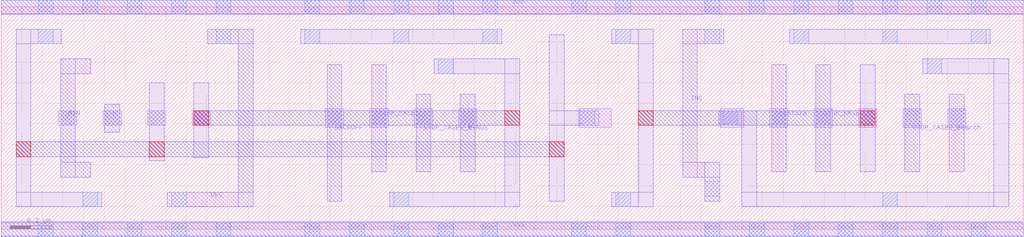
<source format=lef>
VERSION 5.7 ;
BUSBITCHARS "[]" ;
DIVIDERCHAR "/" ;

MACRO incdec_macro
  ORIGIN 0 -0.088 ;
  FOREIGN incdec 0 0.088 ;
  SIZE 4.968 BY 1.08 ;
  SYMMETRY X Y ;
  SITE core ;
  PIN F
    DIRECTION INPUT ;
    USE SIGNAL ;
    PORT
      LAYER M1 ;
        RECT 0.504 0.56 0.576 0.696 ;
    END
  END F
  PIN VDD
    DIRECTION INOUT ;
    USE POWER ;
    SHAPE ABUTMENT ;
    PORT
      LAYER M1 ;
        RECT 0 1.132 4.968 1.204 ;
    END
  END VDD
  PIN VSS
    DIRECTION INOUT ;
    USE GROUND ;
    SHAPE ABUTMENT ;
    PORT
      LAYER M1 ;
        RECT 0 0.052 4.968 0.124 ;
    END
  END VSS
  PIN BACKOFF
    DIRECTION INPUT ;
    USE SIGNAL ;
    PORT
      LAYER M1 ;
        RECT 1.584 0.224 1.656 0.888 ;
    END
  END BACKOFF
  PIN capture
    DIRECTION INPUT ;
    USE SIGNAL ;
    PORT
      LAYER M1 ;
        RECT 3.744 0.368 3.816 0.888 ;
    END
  END capture
  PIN DEC
    DIRECTION OUTPUT ;
    USE SIGNAL ;
    PORT
      LAYER M1 ;
        RECT 1.004 0.988 1.224 1.06 ;
        RECT 1.152 0.196 1.224 1.06 ;
        RECT 0.808 0.196 1.224 0.268 ;
    END
  END DEC
  PIN INC
    DIRECTION OUTPUT ;
    USE SIGNAL ;
    PORT
      LAYER M1 ;
        RECT 3.312 0.988 3.512 1.06 ;
        RECT 3.312 0.34 3.492 0.412 ;
        RECT 3.42 0.224 3.492 0.412 ;
        RECT 3.312 0.34 3.384 1.06 ;
    END
  END INC
  PIN MIN
    DIRECTION INPUT ;
    USE SIGNAL ;
    PORT
      LAYER M1 ;
        RECT 0.288 0.844 0.436 0.916 ;
        RECT 0.288 0.34 0.436 0.412 ;
        RECT 0.288 0.34 0.36 0.916 ;
    END
  END MIN
  PIN MINUS
    DIRECTION INPUT ;
    USE SIGNAL ;
    PORT
      LAYER M1 ;
        RECT 2.232 0.368 2.304 0.744 ;
    END
  END MINUS
  PIN search
    DIRECTION INPUT ;
    USE SIGNAL ;
    PORT
      LAYER M1 ;
        RECT 4.608 0.368 4.68 0.744 ;
    END
  END search
  PIN STDP_CASES_0
    DIRECTION INPUT ;
    USE SIGNAL ;
    PORT
      LAYER M1 ;
        RECT 3.96 0.368 4.032 0.888 ;
    END
  END STDP_CASES_0
  PIN STDP_CASES_1
    DIRECTION INPUT ;
    USE SIGNAL ;
    PORT
      LAYER M1 ;
        RECT 2.016 0.368 2.088 0.744 ;
    END
  END STDP_CASES_1
  PIN STDP_CASES_2
    DIRECTION INPUT ;
    USE SIGNAL ;
    PORT
      LAYER M1 ;
        RECT 4.392 0.368 4.464 0.744 ;
    END
  END STDP_CASES_2
  PIN STDP_CASES_3
    DIRECTION INPUT ;
    USE SIGNAL ;
    PORT
      LAYER M1 ;
        RECT 1.8 0.368 1.872 0.888 ;
    END
  END STDP_CASES_3
  OBS
    LAYER LIG ;
      RECT 0 0.056 4.968 0.12 ;
      RECT 0 1.136 4.968 1.2 ;
      RECT 4.6 0.584 4.688 0.672 ;
      RECT 4.384 0.584 4.472 0.672 ;
      RECT 4.168 0.584 4.256 0.672 ;
      RECT 3.952 0.584 4.04 0.672 ;
      RECT 3.736 0.584 3.824 0.672 ;
      RECT 3.496 0.584 3.608 0.672 ;
      RECT 2.808 0.584 2.964 0.672 ;
      RECT 2.224 0.584 2.312 0.672 ;
      RECT 2.008 0.584 2.096 0.672 ;
      RECT 1.792 0.584 1.88 0.672 ;
      RECT 1.576 0.584 1.664 0.672 ;
      RECT 0.928 0.592 1.016 0.664 ;
      RECT 0.712 0.592 0.8 0.664 ;
      RECT 0.496 0.592 0.584 0.664 ;
      RECT 0.28 0.592 0.368 0.664 ;
    LAYER V0 ;
      RECT 4.716 0.052 4.788 0.124 ;
      RECT 4.716 0.988 4.788 1.06 ;
      RECT 4.716 1.132 4.788 1.204 ;
      RECT 4.608 0.592 4.68 0.664 ;
      RECT 4.5 0.052 4.572 0.124 ;
      RECT 4.5 0.844 4.572 0.916 ;
      RECT 4.5 1.132 4.572 1.204 ;
      RECT 4.392 0.592 4.464 0.664 ;
      RECT 4.284 0.052 4.356 0.124 ;
      RECT 4.284 0.196 4.356 0.268 ;
      RECT 4.284 0.988 4.356 1.06 ;
      RECT 4.284 1.132 4.356 1.204 ;
      RECT 4.176 0.592 4.248 0.664 ;
      RECT 4.068 0.052 4.14 0.124 ;
      RECT 4.068 1.132 4.14 1.204 ;
      RECT 3.96 0.592 4.032 0.664 ;
      RECT 3.852 0.052 3.924 0.124 ;
      RECT 3.852 0.988 3.924 1.06 ;
      RECT 3.852 1.132 3.924 1.204 ;
      RECT 3.744 0.592 3.816 0.664 ;
      RECT 3.636 0.052 3.708 0.124 ;
      RECT 3.636 1.132 3.708 1.204 ;
      RECT 3.508 0.592 3.58 0.664 ;
      RECT 3.42 0.052 3.492 0.124 ;
      RECT 3.42 0.248 3.492 0.32 ;
      RECT 3.42 0.988 3.492 1.06 ;
      RECT 3.42 1.132 3.492 1.204 ;
      RECT 2.988 0.052 3.06 0.124 ;
      RECT 2.988 0.196 3.06 0.268 ;
      RECT 2.988 0.988 3.06 1.06 ;
      RECT 2.988 1.132 3.06 1.204 ;
      RECT 2.812 0.592 2.884 0.664 ;
      RECT 2.772 0.052 2.844 0.124 ;
      RECT 2.772 1.132 2.844 1.204 ;
      RECT 2.34 0.052 2.412 0.124 ;
      RECT 2.34 0.988 2.412 1.06 ;
      RECT 2.34 1.132 2.412 1.204 ;
      RECT 2.232 0.592 2.304 0.664 ;
      RECT 2.124 0.052 2.196 0.124 ;
      RECT 2.124 0.844 2.196 0.916 ;
      RECT 2.124 1.132 2.196 1.204 ;
      RECT 2.016 0.592 2.088 0.664 ;
      RECT 1.908 0.052 1.98 0.124 ;
      RECT 1.908 0.196 1.98 0.268 ;
      RECT 1.908 0.988 1.98 1.06 ;
      RECT 1.908 1.132 1.98 1.204 ;
      RECT 1.8 0.592 1.872 0.664 ;
      RECT 1.692 0.052 1.764 0.124 ;
      RECT 1.692 1.132 1.764 1.204 ;
      RECT 1.584 0.592 1.656 0.664 ;
      RECT 1.476 0.052 1.548 0.124 ;
      RECT 1.476 0.988 1.548 1.06 ;
      RECT 1.476 1.132 1.548 1.204 ;
      RECT 1.044 0.052 1.116 0.124 ;
      RECT 1.044 0.988 1.116 1.06 ;
      RECT 1.044 1.132 1.116 1.204 ;
      RECT 0.936 0.592 1.008 0.664 ;
      RECT 0.828 0.052 0.9 0.124 ;
      RECT 0.828 0.196 0.9 0.268 ;
      RECT 0.828 1.132 0.9 1.204 ;
      RECT 0.72 0.592 0.792 0.664 ;
      RECT 0.612 0.052 0.684 0.124 ;
      RECT 0.612 1.132 0.684 1.204 ;
      RECT 0.504 0.592 0.576 0.664 ;
      RECT 0.396 0.052 0.468 0.124 ;
      RECT 0.396 0.196 0.468 0.268 ;
      RECT 0.396 1.132 0.468 1.204 ;
      RECT 0.288 0.592 0.36 0.664 ;
      RECT 0.18 0.052 0.252 0.124 ;
      RECT 0.18 0.988 0.252 1.06 ;
      RECT 0.18 1.132 0.252 1.204 ;
    LAYER M1 ;
      RECT 4.48 0.844 4.896 0.916 ;
      RECT 4.824 0.196 4.896 0.916 ;
      RECT 3.488 0.592 3.672 0.664 ;
      RECT 3.6 0.196 3.672 0.664 ;
      RECT 3.6 0.196 4.896 0.268 ;
      RECT 2.968 0.988 3.168 1.06 ;
      RECT 3.096 0.196 3.168 1.06 ;
      RECT 2.968 0.196 3.168 0.268 ;
      RECT 2.664 0.224 2.736 1.032 ;
      RECT 2.664 0.592 2.904 0.664 ;
      RECT 2.104 0.844 2.52 0.916 ;
      RECT 2.448 0.196 2.52 0.916 ;
      RECT 1.888 0.196 2.52 0.268 ;
      RECT 0.072 0.988 0.292 1.06 ;
      RECT 0.072 0.196 0.144 1.06 ;
      RECT 0.072 0.196 0.488 0.268 ;
      RECT 3.832 0.988 4.808 1.06 ;
      RECT 4.176 0.368 4.248 0.888 ;
      RECT 1.456 0.988 2.432 1.06 ;
      RECT 0.936 0.436 1.008 0.8 ;
      RECT 0.72 0.42 0.792 0.8 ;
    LAYER M2 ;
      RECT 3.096 0.592 4.248 0.664 ;
      RECT 0.072 0.44 2.736 0.512 ;
      RECT 0.936 0.592 2.52 0.664 ;
    LAYER V1 ;
      RECT 4.176 0.592 4.248 0.664 ;
      RECT 3.096 0.592 3.168 0.664 ;
      RECT 2.664 0.44 2.736 0.512 ;
      RECT 2.448 0.592 2.52 0.664 ;
      RECT 0.936 0.592 1.008 0.664 ;
      RECT 0.72 0.44 0.792 0.512 ;
      RECT 0.072 0.44 0.144 0.512 ;
  END
END incdec_macro

END LIBRARY

</source>
